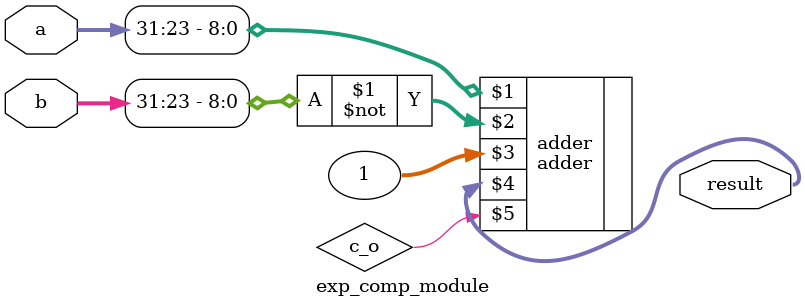
<source format=sv>
module exp_comp_module(input logic [32:0] a, b, output logic [8:0] result);
	
	logic c_o;
	adder #(9) adder(a[31:23], ~b[31:23], 1, result, c_o);

endmodule
</source>
